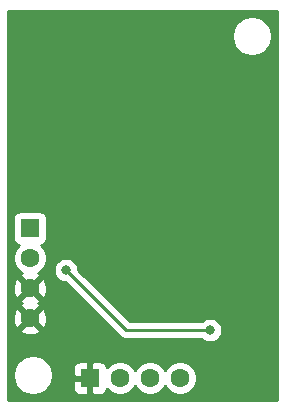
<source format=gbr>
%TF.GenerationSoftware,KiCad,Pcbnew,5.1.10*%
%TF.CreationDate,2021-10-03T17:54:42-07:00*%
%TF.ProjectId,Instrumentation-Amplifier,496e7374-7275-46d6-956e-746174696f6e,2.0*%
%TF.SameCoordinates,Original*%
%TF.FileFunction,Copper,L2,Bot*%
%TF.FilePolarity,Positive*%
%FSLAX46Y46*%
G04 Gerber Fmt 4.6, Leading zero omitted, Abs format (unit mm)*
G04 Created by KiCad (PCBNEW 5.1.10) date 2021-10-03 17:54:42*
%MOMM*%
%LPD*%
G01*
G04 APERTURE LIST*
%TA.AperFunction,ComponentPad*%
%ADD10R,1.605000X1.605000*%
%TD*%
%TA.AperFunction,ComponentPad*%
%ADD11C,1.605000*%
%TD*%
%TA.AperFunction,ViaPad*%
%ADD12C,0.800000*%
%TD*%
%TA.AperFunction,Conductor*%
%ADD13C,0.381000*%
%TD*%
%TA.AperFunction,Conductor*%
%ADD14C,0.254000*%
%TD*%
%TA.AperFunction,Conductor*%
%ADD15C,0.100000*%
%TD*%
G04 APERTURE END LIST*
D10*
%TO.P,P2,1*%
%TO.N,Earth*%
X111760000Y-132080000D03*
D11*
%TO.P,P2,2*%
%TO.N,Net-(P2-Pad2)*%
X114300000Y-132080000D03*
%TO.P,P2,3*%
%TO.N,Net-(P2-Pad3)*%
X116840000Y-132080000D03*
%TO.P,P2,4*%
%TO.N,+12V*%
X119380000Y-132080000D03*
%TD*%
D10*
%TO.P,P1,1*%
%TO.N,/+Vs*%
X106680000Y-119380000D03*
D11*
%TO.P,P1,2*%
%TO.N,VOUT*%
X106680000Y-121920000D03*
%TO.P,P1,3*%
%TO.N,Earth*%
X106680000Y-124460000D03*
%TO.P,P1,4*%
X106680000Y-127000000D03*
%TD*%
D12*
%TO.N,Earth*%
X118618000Y-130048000D03*
X110744000Y-115570000D03*
X117094000Y-119380000D03*
%TO.N,VOUT*%
X109728000Y-122936000D03*
X121920000Y-128016000D03*
%TD*%
D13*
%TO.N,Earth*%
X118618000Y-130048000D02*
X112268000Y-130048000D01*
X111760000Y-130556000D02*
X111760000Y-132080000D01*
X112268000Y-130048000D02*
X111760000Y-130556000D01*
D14*
%TO.N,VOUT*%
X114808000Y-128016000D02*
X121920000Y-128016000D01*
X109728000Y-122936000D02*
X114808000Y-128016000D01*
%TD*%
%TO.N,Earth*%
X127560000Y-133910000D02*
X104850000Y-133910000D01*
X104850000Y-131660042D01*
X105249000Y-131660042D01*
X105249000Y-131991958D01*
X105313754Y-132317496D01*
X105440772Y-132624147D01*
X105625175Y-132900125D01*
X105859875Y-133134825D01*
X106135853Y-133319228D01*
X106442504Y-133446246D01*
X106768042Y-133511000D01*
X107099958Y-133511000D01*
X107425496Y-133446246D01*
X107732147Y-133319228D01*
X108008125Y-133134825D01*
X108242825Y-132900125D01*
X108254601Y-132882500D01*
X110319428Y-132882500D01*
X110331688Y-133006982D01*
X110367998Y-133126680D01*
X110426963Y-133236994D01*
X110506315Y-133333685D01*
X110603006Y-133413037D01*
X110713320Y-133472002D01*
X110833018Y-133508312D01*
X110957500Y-133520572D01*
X111474250Y-133517500D01*
X111633000Y-133358750D01*
X111633000Y-132207000D01*
X110481250Y-132207000D01*
X110322500Y-132365750D01*
X110319428Y-132882500D01*
X108254601Y-132882500D01*
X108427228Y-132624147D01*
X108554246Y-132317496D01*
X108619000Y-131991958D01*
X108619000Y-131660042D01*
X108554246Y-131334504D01*
X108530635Y-131277500D01*
X110319428Y-131277500D01*
X110322500Y-131794250D01*
X110481250Y-131953000D01*
X111633000Y-131953000D01*
X111633000Y-130801250D01*
X111887000Y-130801250D01*
X111887000Y-131953000D01*
X111907000Y-131953000D01*
X111907000Y-132207000D01*
X111887000Y-132207000D01*
X111887000Y-133358750D01*
X112045750Y-133517500D01*
X112562500Y-133520572D01*
X112686982Y-133508312D01*
X112806680Y-133472002D01*
X112916994Y-133413037D01*
X113013685Y-133333685D01*
X113093037Y-133236994D01*
X113152002Y-133126680D01*
X113188312Y-133006982D01*
X113188826Y-133001758D01*
X113383647Y-133196579D01*
X113619089Y-133353896D01*
X113880697Y-133462257D01*
X114158419Y-133517500D01*
X114441581Y-133517500D01*
X114719303Y-133462257D01*
X114980911Y-133353896D01*
X115216353Y-133196579D01*
X115416579Y-132996353D01*
X115570000Y-132766742D01*
X115723421Y-132996353D01*
X115923647Y-133196579D01*
X116159089Y-133353896D01*
X116420697Y-133462257D01*
X116698419Y-133517500D01*
X116981581Y-133517500D01*
X117259303Y-133462257D01*
X117520911Y-133353896D01*
X117756353Y-133196579D01*
X117956579Y-132996353D01*
X118110000Y-132766742D01*
X118263421Y-132996353D01*
X118463647Y-133196579D01*
X118699089Y-133353896D01*
X118960697Y-133462257D01*
X119238419Y-133517500D01*
X119521581Y-133517500D01*
X119799303Y-133462257D01*
X120060911Y-133353896D01*
X120296353Y-133196579D01*
X120496579Y-132996353D01*
X120653896Y-132760911D01*
X120762257Y-132499303D01*
X120817500Y-132221581D01*
X120817500Y-131938419D01*
X120762257Y-131660697D01*
X120653896Y-131399089D01*
X120496579Y-131163647D01*
X120296353Y-130963421D01*
X120060911Y-130806104D01*
X119799303Y-130697743D01*
X119521581Y-130642500D01*
X119238419Y-130642500D01*
X118960697Y-130697743D01*
X118699089Y-130806104D01*
X118463647Y-130963421D01*
X118263421Y-131163647D01*
X118110000Y-131393258D01*
X117956579Y-131163647D01*
X117756353Y-130963421D01*
X117520911Y-130806104D01*
X117259303Y-130697743D01*
X116981581Y-130642500D01*
X116698419Y-130642500D01*
X116420697Y-130697743D01*
X116159089Y-130806104D01*
X115923647Y-130963421D01*
X115723421Y-131163647D01*
X115570000Y-131393258D01*
X115416579Y-131163647D01*
X115216353Y-130963421D01*
X114980911Y-130806104D01*
X114719303Y-130697743D01*
X114441581Y-130642500D01*
X114158419Y-130642500D01*
X113880697Y-130697743D01*
X113619089Y-130806104D01*
X113383647Y-130963421D01*
X113188826Y-131158242D01*
X113188312Y-131153018D01*
X113152002Y-131033320D01*
X113093037Y-130923006D01*
X113013685Y-130826315D01*
X112916994Y-130746963D01*
X112806680Y-130687998D01*
X112686982Y-130651688D01*
X112562500Y-130639428D01*
X112045750Y-130642500D01*
X111887000Y-130801250D01*
X111633000Y-130801250D01*
X111474250Y-130642500D01*
X110957500Y-130639428D01*
X110833018Y-130651688D01*
X110713320Y-130687998D01*
X110603006Y-130746963D01*
X110506315Y-130826315D01*
X110426963Y-130923006D01*
X110367998Y-131033320D01*
X110331688Y-131153018D01*
X110319428Y-131277500D01*
X108530635Y-131277500D01*
X108427228Y-131027853D01*
X108242825Y-130751875D01*
X108008125Y-130517175D01*
X107732147Y-130332772D01*
X107425496Y-130205754D01*
X107099958Y-130141000D01*
X106768042Y-130141000D01*
X106442504Y-130205754D01*
X106135853Y-130332772D01*
X105859875Y-130517175D01*
X105625175Y-130751875D01*
X105440772Y-131027853D01*
X105313754Y-131334504D01*
X105249000Y-131660042D01*
X104850000Y-131660042D01*
X104850000Y-127994487D01*
X105865118Y-127994487D01*
X105937004Y-128238712D01*
X106192941Y-128359862D01*
X106467596Y-128428752D01*
X106750413Y-128442738D01*
X107030524Y-128401279D01*
X107297165Y-128305970D01*
X107422996Y-128238712D01*
X107494882Y-127994487D01*
X106680000Y-127179605D01*
X105865118Y-127994487D01*
X104850000Y-127994487D01*
X104850000Y-127070413D01*
X105237262Y-127070413D01*
X105278721Y-127350524D01*
X105374030Y-127617165D01*
X105441288Y-127742996D01*
X105685513Y-127814882D01*
X106500395Y-127000000D01*
X106859605Y-127000000D01*
X107674487Y-127814882D01*
X107918712Y-127742996D01*
X108039862Y-127487059D01*
X108108752Y-127212404D01*
X108122738Y-126929587D01*
X108081279Y-126649476D01*
X107985970Y-126382835D01*
X107918712Y-126257004D01*
X107674487Y-126185118D01*
X106859605Y-127000000D01*
X106500395Y-127000000D01*
X105685513Y-126185118D01*
X105441288Y-126257004D01*
X105320138Y-126512941D01*
X105251248Y-126787596D01*
X105237262Y-127070413D01*
X104850000Y-127070413D01*
X104850000Y-125454487D01*
X105865118Y-125454487D01*
X105937004Y-125698712D01*
X105999091Y-125728102D01*
X105937004Y-125761288D01*
X105865118Y-126005513D01*
X106680000Y-126820395D01*
X107494882Y-126005513D01*
X107422996Y-125761288D01*
X107360909Y-125731898D01*
X107422996Y-125698712D01*
X107494882Y-125454487D01*
X106680000Y-124639605D01*
X105865118Y-125454487D01*
X104850000Y-125454487D01*
X104850000Y-124530413D01*
X105237262Y-124530413D01*
X105278721Y-124810524D01*
X105374030Y-125077165D01*
X105441288Y-125202996D01*
X105685513Y-125274882D01*
X106500395Y-124460000D01*
X106859605Y-124460000D01*
X107674487Y-125274882D01*
X107918712Y-125202996D01*
X108039862Y-124947059D01*
X108108752Y-124672404D01*
X108122738Y-124389587D01*
X108081279Y-124109476D01*
X107985970Y-123842835D01*
X107918712Y-123717004D01*
X107674487Y-123645118D01*
X106859605Y-124460000D01*
X106500395Y-124460000D01*
X105685513Y-123645118D01*
X105441288Y-123717004D01*
X105320138Y-123972941D01*
X105251248Y-124247596D01*
X105237262Y-124530413D01*
X104850000Y-124530413D01*
X104850000Y-118577500D01*
X105239428Y-118577500D01*
X105239428Y-120182500D01*
X105251688Y-120306982D01*
X105287998Y-120426680D01*
X105346963Y-120536994D01*
X105426315Y-120633685D01*
X105523006Y-120713037D01*
X105633320Y-120772002D01*
X105753018Y-120808312D01*
X105758242Y-120808826D01*
X105563421Y-121003647D01*
X105406104Y-121239089D01*
X105297743Y-121500697D01*
X105242500Y-121778419D01*
X105242500Y-122061581D01*
X105297743Y-122339303D01*
X105406104Y-122600911D01*
X105563421Y-122836353D01*
X105763647Y-123036579D01*
X105994272Y-123190678D01*
X105937004Y-123221288D01*
X105865118Y-123465513D01*
X106680000Y-124280395D01*
X107494882Y-123465513D01*
X107422996Y-123221288D01*
X107362660Y-123192727D01*
X107596353Y-123036579D01*
X107796579Y-122836353D01*
X107798110Y-122834061D01*
X108693000Y-122834061D01*
X108693000Y-123037939D01*
X108732774Y-123237898D01*
X108810795Y-123426256D01*
X108924063Y-123595774D01*
X109068226Y-123739937D01*
X109237744Y-123853205D01*
X109426102Y-123931226D01*
X109626061Y-123971000D01*
X109685370Y-123971000D01*
X114242721Y-128528352D01*
X114266578Y-128557422D01*
X114295648Y-128581279D01*
X114382607Y-128652645D01*
X114425879Y-128675774D01*
X114514985Y-128723402D01*
X114658622Y-128766974D01*
X114770574Y-128778000D01*
X114770577Y-128778000D01*
X114808000Y-128781686D01*
X114845423Y-128778000D01*
X121218289Y-128778000D01*
X121260226Y-128819937D01*
X121429744Y-128933205D01*
X121618102Y-129011226D01*
X121818061Y-129051000D01*
X122021939Y-129051000D01*
X122221898Y-129011226D01*
X122410256Y-128933205D01*
X122579774Y-128819937D01*
X122723937Y-128675774D01*
X122837205Y-128506256D01*
X122915226Y-128317898D01*
X122955000Y-128117939D01*
X122955000Y-127914061D01*
X122915226Y-127714102D01*
X122837205Y-127525744D01*
X122723937Y-127356226D01*
X122579774Y-127212063D01*
X122410256Y-127098795D01*
X122221898Y-127020774D01*
X122021939Y-126981000D01*
X121818061Y-126981000D01*
X121618102Y-127020774D01*
X121429744Y-127098795D01*
X121260226Y-127212063D01*
X121218289Y-127254000D01*
X115123631Y-127254000D01*
X110763000Y-122893370D01*
X110763000Y-122834061D01*
X110723226Y-122634102D01*
X110645205Y-122445744D01*
X110531937Y-122276226D01*
X110387774Y-122132063D01*
X110218256Y-122018795D01*
X110029898Y-121940774D01*
X109829939Y-121901000D01*
X109626061Y-121901000D01*
X109426102Y-121940774D01*
X109237744Y-122018795D01*
X109068226Y-122132063D01*
X108924063Y-122276226D01*
X108810795Y-122445744D01*
X108732774Y-122634102D01*
X108693000Y-122834061D01*
X107798110Y-122834061D01*
X107953896Y-122600911D01*
X108062257Y-122339303D01*
X108117500Y-122061581D01*
X108117500Y-121778419D01*
X108062257Y-121500697D01*
X107953896Y-121239089D01*
X107796579Y-121003647D01*
X107601758Y-120808826D01*
X107606982Y-120808312D01*
X107726680Y-120772002D01*
X107836994Y-120713037D01*
X107933685Y-120633685D01*
X108013037Y-120536994D01*
X108072002Y-120426680D01*
X108108312Y-120306982D01*
X108120572Y-120182500D01*
X108120572Y-118577500D01*
X108108312Y-118453018D01*
X108072002Y-118333320D01*
X108013037Y-118223006D01*
X107933685Y-118126315D01*
X107836994Y-118046963D01*
X107726680Y-117987998D01*
X107606982Y-117951688D01*
X107482500Y-117939428D01*
X105877500Y-117939428D01*
X105753018Y-117951688D01*
X105633320Y-117987998D01*
X105523006Y-118046963D01*
X105426315Y-118126315D01*
X105346963Y-118223006D01*
X105287998Y-118333320D01*
X105251688Y-118453018D01*
X105239428Y-118577500D01*
X104850000Y-118577500D01*
X104850000Y-102958042D01*
X123791000Y-102958042D01*
X123791000Y-103289958D01*
X123855754Y-103615496D01*
X123982772Y-103922147D01*
X124167175Y-104198125D01*
X124401875Y-104432825D01*
X124677853Y-104617228D01*
X124984504Y-104744246D01*
X125310042Y-104809000D01*
X125641958Y-104809000D01*
X125967496Y-104744246D01*
X126274147Y-104617228D01*
X126550125Y-104432825D01*
X126784825Y-104198125D01*
X126969228Y-103922147D01*
X127096246Y-103615496D01*
X127161000Y-103289958D01*
X127161000Y-102958042D01*
X127096246Y-102632504D01*
X126969228Y-102325853D01*
X126784825Y-102049875D01*
X126550125Y-101815175D01*
X126274147Y-101630772D01*
X125967496Y-101503754D01*
X125641958Y-101439000D01*
X125310042Y-101439000D01*
X124984504Y-101503754D01*
X124677853Y-101630772D01*
X124401875Y-101815175D01*
X124167175Y-102049875D01*
X123982772Y-102325853D01*
X123855754Y-102632504D01*
X123791000Y-102958042D01*
X104850000Y-102958042D01*
X104850000Y-101040000D01*
X127560001Y-101040000D01*
X127560000Y-133910000D01*
%TA.AperFunction,Conductor*%
D15*
G36*
X127560000Y-133910000D02*
G01*
X104850000Y-133910000D01*
X104850000Y-131660042D01*
X105249000Y-131660042D01*
X105249000Y-131991958D01*
X105313754Y-132317496D01*
X105440772Y-132624147D01*
X105625175Y-132900125D01*
X105859875Y-133134825D01*
X106135853Y-133319228D01*
X106442504Y-133446246D01*
X106768042Y-133511000D01*
X107099958Y-133511000D01*
X107425496Y-133446246D01*
X107732147Y-133319228D01*
X108008125Y-133134825D01*
X108242825Y-132900125D01*
X108254601Y-132882500D01*
X110319428Y-132882500D01*
X110331688Y-133006982D01*
X110367998Y-133126680D01*
X110426963Y-133236994D01*
X110506315Y-133333685D01*
X110603006Y-133413037D01*
X110713320Y-133472002D01*
X110833018Y-133508312D01*
X110957500Y-133520572D01*
X111474250Y-133517500D01*
X111633000Y-133358750D01*
X111633000Y-132207000D01*
X110481250Y-132207000D01*
X110322500Y-132365750D01*
X110319428Y-132882500D01*
X108254601Y-132882500D01*
X108427228Y-132624147D01*
X108554246Y-132317496D01*
X108619000Y-131991958D01*
X108619000Y-131660042D01*
X108554246Y-131334504D01*
X108530635Y-131277500D01*
X110319428Y-131277500D01*
X110322500Y-131794250D01*
X110481250Y-131953000D01*
X111633000Y-131953000D01*
X111633000Y-130801250D01*
X111887000Y-130801250D01*
X111887000Y-131953000D01*
X111907000Y-131953000D01*
X111907000Y-132207000D01*
X111887000Y-132207000D01*
X111887000Y-133358750D01*
X112045750Y-133517500D01*
X112562500Y-133520572D01*
X112686982Y-133508312D01*
X112806680Y-133472002D01*
X112916994Y-133413037D01*
X113013685Y-133333685D01*
X113093037Y-133236994D01*
X113152002Y-133126680D01*
X113188312Y-133006982D01*
X113188826Y-133001758D01*
X113383647Y-133196579D01*
X113619089Y-133353896D01*
X113880697Y-133462257D01*
X114158419Y-133517500D01*
X114441581Y-133517500D01*
X114719303Y-133462257D01*
X114980911Y-133353896D01*
X115216353Y-133196579D01*
X115416579Y-132996353D01*
X115570000Y-132766742D01*
X115723421Y-132996353D01*
X115923647Y-133196579D01*
X116159089Y-133353896D01*
X116420697Y-133462257D01*
X116698419Y-133517500D01*
X116981581Y-133517500D01*
X117259303Y-133462257D01*
X117520911Y-133353896D01*
X117756353Y-133196579D01*
X117956579Y-132996353D01*
X118110000Y-132766742D01*
X118263421Y-132996353D01*
X118463647Y-133196579D01*
X118699089Y-133353896D01*
X118960697Y-133462257D01*
X119238419Y-133517500D01*
X119521581Y-133517500D01*
X119799303Y-133462257D01*
X120060911Y-133353896D01*
X120296353Y-133196579D01*
X120496579Y-132996353D01*
X120653896Y-132760911D01*
X120762257Y-132499303D01*
X120817500Y-132221581D01*
X120817500Y-131938419D01*
X120762257Y-131660697D01*
X120653896Y-131399089D01*
X120496579Y-131163647D01*
X120296353Y-130963421D01*
X120060911Y-130806104D01*
X119799303Y-130697743D01*
X119521581Y-130642500D01*
X119238419Y-130642500D01*
X118960697Y-130697743D01*
X118699089Y-130806104D01*
X118463647Y-130963421D01*
X118263421Y-131163647D01*
X118110000Y-131393258D01*
X117956579Y-131163647D01*
X117756353Y-130963421D01*
X117520911Y-130806104D01*
X117259303Y-130697743D01*
X116981581Y-130642500D01*
X116698419Y-130642500D01*
X116420697Y-130697743D01*
X116159089Y-130806104D01*
X115923647Y-130963421D01*
X115723421Y-131163647D01*
X115570000Y-131393258D01*
X115416579Y-131163647D01*
X115216353Y-130963421D01*
X114980911Y-130806104D01*
X114719303Y-130697743D01*
X114441581Y-130642500D01*
X114158419Y-130642500D01*
X113880697Y-130697743D01*
X113619089Y-130806104D01*
X113383647Y-130963421D01*
X113188826Y-131158242D01*
X113188312Y-131153018D01*
X113152002Y-131033320D01*
X113093037Y-130923006D01*
X113013685Y-130826315D01*
X112916994Y-130746963D01*
X112806680Y-130687998D01*
X112686982Y-130651688D01*
X112562500Y-130639428D01*
X112045750Y-130642500D01*
X111887000Y-130801250D01*
X111633000Y-130801250D01*
X111474250Y-130642500D01*
X110957500Y-130639428D01*
X110833018Y-130651688D01*
X110713320Y-130687998D01*
X110603006Y-130746963D01*
X110506315Y-130826315D01*
X110426963Y-130923006D01*
X110367998Y-131033320D01*
X110331688Y-131153018D01*
X110319428Y-131277500D01*
X108530635Y-131277500D01*
X108427228Y-131027853D01*
X108242825Y-130751875D01*
X108008125Y-130517175D01*
X107732147Y-130332772D01*
X107425496Y-130205754D01*
X107099958Y-130141000D01*
X106768042Y-130141000D01*
X106442504Y-130205754D01*
X106135853Y-130332772D01*
X105859875Y-130517175D01*
X105625175Y-130751875D01*
X105440772Y-131027853D01*
X105313754Y-131334504D01*
X105249000Y-131660042D01*
X104850000Y-131660042D01*
X104850000Y-127994487D01*
X105865118Y-127994487D01*
X105937004Y-128238712D01*
X106192941Y-128359862D01*
X106467596Y-128428752D01*
X106750413Y-128442738D01*
X107030524Y-128401279D01*
X107297165Y-128305970D01*
X107422996Y-128238712D01*
X107494882Y-127994487D01*
X106680000Y-127179605D01*
X105865118Y-127994487D01*
X104850000Y-127994487D01*
X104850000Y-127070413D01*
X105237262Y-127070413D01*
X105278721Y-127350524D01*
X105374030Y-127617165D01*
X105441288Y-127742996D01*
X105685513Y-127814882D01*
X106500395Y-127000000D01*
X106859605Y-127000000D01*
X107674487Y-127814882D01*
X107918712Y-127742996D01*
X108039862Y-127487059D01*
X108108752Y-127212404D01*
X108122738Y-126929587D01*
X108081279Y-126649476D01*
X107985970Y-126382835D01*
X107918712Y-126257004D01*
X107674487Y-126185118D01*
X106859605Y-127000000D01*
X106500395Y-127000000D01*
X105685513Y-126185118D01*
X105441288Y-126257004D01*
X105320138Y-126512941D01*
X105251248Y-126787596D01*
X105237262Y-127070413D01*
X104850000Y-127070413D01*
X104850000Y-125454487D01*
X105865118Y-125454487D01*
X105937004Y-125698712D01*
X105999091Y-125728102D01*
X105937004Y-125761288D01*
X105865118Y-126005513D01*
X106680000Y-126820395D01*
X107494882Y-126005513D01*
X107422996Y-125761288D01*
X107360909Y-125731898D01*
X107422996Y-125698712D01*
X107494882Y-125454487D01*
X106680000Y-124639605D01*
X105865118Y-125454487D01*
X104850000Y-125454487D01*
X104850000Y-124530413D01*
X105237262Y-124530413D01*
X105278721Y-124810524D01*
X105374030Y-125077165D01*
X105441288Y-125202996D01*
X105685513Y-125274882D01*
X106500395Y-124460000D01*
X106859605Y-124460000D01*
X107674487Y-125274882D01*
X107918712Y-125202996D01*
X108039862Y-124947059D01*
X108108752Y-124672404D01*
X108122738Y-124389587D01*
X108081279Y-124109476D01*
X107985970Y-123842835D01*
X107918712Y-123717004D01*
X107674487Y-123645118D01*
X106859605Y-124460000D01*
X106500395Y-124460000D01*
X105685513Y-123645118D01*
X105441288Y-123717004D01*
X105320138Y-123972941D01*
X105251248Y-124247596D01*
X105237262Y-124530413D01*
X104850000Y-124530413D01*
X104850000Y-118577500D01*
X105239428Y-118577500D01*
X105239428Y-120182500D01*
X105251688Y-120306982D01*
X105287998Y-120426680D01*
X105346963Y-120536994D01*
X105426315Y-120633685D01*
X105523006Y-120713037D01*
X105633320Y-120772002D01*
X105753018Y-120808312D01*
X105758242Y-120808826D01*
X105563421Y-121003647D01*
X105406104Y-121239089D01*
X105297743Y-121500697D01*
X105242500Y-121778419D01*
X105242500Y-122061581D01*
X105297743Y-122339303D01*
X105406104Y-122600911D01*
X105563421Y-122836353D01*
X105763647Y-123036579D01*
X105994272Y-123190678D01*
X105937004Y-123221288D01*
X105865118Y-123465513D01*
X106680000Y-124280395D01*
X107494882Y-123465513D01*
X107422996Y-123221288D01*
X107362660Y-123192727D01*
X107596353Y-123036579D01*
X107796579Y-122836353D01*
X107798110Y-122834061D01*
X108693000Y-122834061D01*
X108693000Y-123037939D01*
X108732774Y-123237898D01*
X108810795Y-123426256D01*
X108924063Y-123595774D01*
X109068226Y-123739937D01*
X109237744Y-123853205D01*
X109426102Y-123931226D01*
X109626061Y-123971000D01*
X109685370Y-123971000D01*
X114242721Y-128528352D01*
X114266578Y-128557422D01*
X114295648Y-128581279D01*
X114382607Y-128652645D01*
X114425879Y-128675774D01*
X114514985Y-128723402D01*
X114658622Y-128766974D01*
X114770574Y-128778000D01*
X114770577Y-128778000D01*
X114808000Y-128781686D01*
X114845423Y-128778000D01*
X121218289Y-128778000D01*
X121260226Y-128819937D01*
X121429744Y-128933205D01*
X121618102Y-129011226D01*
X121818061Y-129051000D01*
X122021939Y-129051000D01*
X122221898Y-129011226D01*
X122410256Y-128933205D01*
X122579774Y-128819937D01*
X122723937Y-128675774D01*
X122837205Y-128506256D01*
X122915226Y-128317898D01*
X122955000Y-128117939D01*
X122955000Y-127914061D01*
X122915226Y-127714102D01*
X122837205Y-127525744D01*
X122723937Y-127356226D01*
X122579774Y-127212063D01*
X122410256Y-127098795D01*
X122221898Y-127020774D01*
X122021939Y-126981000D01*
X121818061Y-126981000D01*
X121618102Y-127020774D01*
X121429744Y-127098795D01*
X121260226Y-127212063D01*
X121218289Y-127254000D01*
X115123631Y-127254000D01*
X110763000Y-122893370D01*
X110763000Y-122834061D01*
X110723226Y-122634102D01*
X110645205Y-122445744D01*
X110531937Y-122276226D01*
X110387774Y-122132063D01*
X110218256Y-122018795D01*
X110029898Y-121940774D01*
X109829939Y-121901000D01*
X109626061Y-121901000D01*
X109426102Y-121940774D01*
X109237744Y-122018795D01*
X109068226Y-122132063D01*
X108924063Y-122276226D01*
X108810795Y-122445744D01*
X108732774Y-122634102D01*
X108693000Y-122834061D01*
X107798110Y-122834061D01*
X107953896Y-122600911D01*
X108062257Y-122339303D01*
X108117500Y-122061581D01*
X108117500Y-121778419D01*
X108062257Y-121500697D01*
X107953896Y-121239089D01*
X107796579Y-121003647D01*
X107601758Y-120808826D01*
X107606982Y-120808312D01*
X107726680Y-120772002D01*
X107836994Y-120713037D01*
X107933685Y-120633685D01*
X108013037Y-120536994D01*
X108072002Y-120426680D01*
X108108312Y-120306982D01*
X108120572Y-120182500D01*
X108120572Y-118577500D01*
X108108312Y-118453018D01*
X108072002Y-118333320D01*
X108013037Y-118223006D01*
X107933685Y-118126315D01*
X107836994Y-118046963D01*
X107726680Y-117987998D01*
X107606982Y-117951688D01*
X107482500Y-117939428D01*
X105877500Y-117939428D01*
X105753018Y-117951688D01*
X105633320Y-117987998D01*
X105523006Y-118046963D01*
X105426315Y-118126315D01*
X105346963Y-118223006D01*
X105287998Y-118333320D01*
X105251688Y-118453018D01*
X105239428Y-118577500D01*
X104850000Y-118577500D01*
X104850000Y-102958042D01*
X123791000Y-102958042D01*
X123791000Y-103289958D01*
X123855754Y-103615496D01*
X123982772Y-103922147D01*
X124167175Y-104198125D01*
X124401875Y-104432825D01*
X124677853Y-104617228D01*
X124984504Y-104744246D01*
X125310042Y-104809000D01*
X125641958Y-104809000D01*
X125967496Y-104744246D01*
X126274147Y-104617228D01*
X126550125Y-104432825D01*
X126784825Y-104198125D01*
X126969228Y-103922147D01*
X127096246Y-103615496D01*
X127161000Y-103289958D01*
X127161000Y-102958042D01*
X127096246Y-102632504D01*
X126969228Y-102325853D01*
X126784825Y-102049875D01*
X126550125Y-101815175D01*
X126274147Y-101630772D01*
X125967496Y-101503754D01*
X125641958Y-101439000D01*
X125310042Y-101439000D01*
X124984504Y-101503754D01*
X124677853Y-101630772D01*
X124401875Y-101815175D01*
X124167175Y-102049875D01*
X123982772Y-102325853D01*
X123855754Y-102632504D01*
X123791000Y-102958042D01*
X104850000Y-102958042D01*
X104850000Y-101040000D01*
X127560001Y-101040000D01*
X127560000Y-133910000D01*
G37*
%TD.AperFunction*%
%TD*%
M02*

</source>
